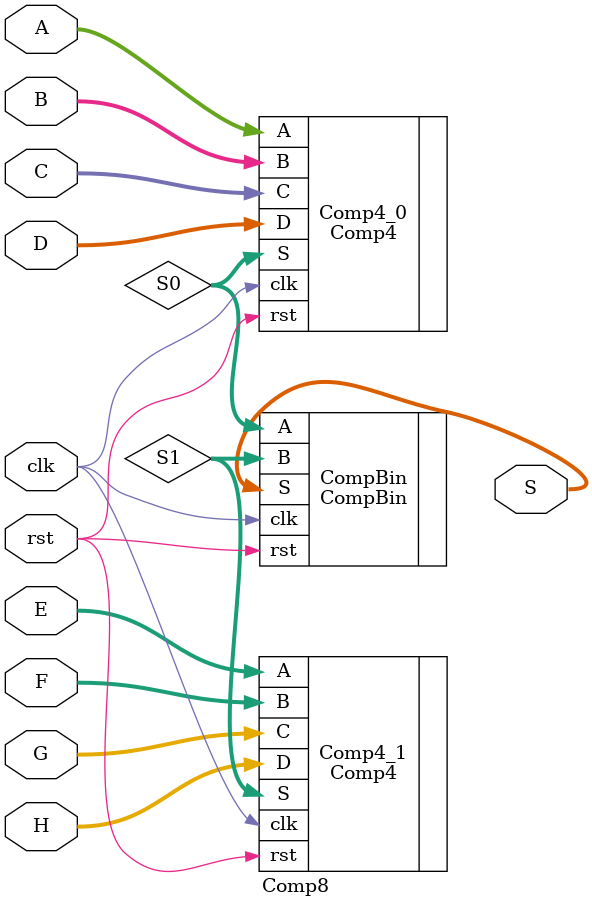
<source format=sv>
`timescale 1ns / 1ps


module Comp8(
    input clk,              /*Clock input*/
    input rst,              /*Reset input*/
    input [7:0] A,          /*A input*/
    input [7:0] B,          /*B input*/
    input [7:0] C,          /*C input*/
    input [7:0] D,          /*D input*/
    input [7:0] E,          /*E input*/
    input [7:0] F,          /*F input*/
    input [7:0] G,          /*G input*/
    input [7:0] H,          /*H input*/
    output [7:0] S          /*S output*/
    );
    
    /*Signals or wires*/
    wire [7:0] S0;          /*Result value of comapring A,B,C,D*/
    wire [7:0] S1;          /*Result value of comparing E,F,G,H*/
    
    /*4 input comparator*/
    Comp4 Comp4_0(
    .clk        (clk),        /*Clock input*/
    .rst        (rst),        /*Reset input*/
    .A          (A),          /*Input A*/
    .B          (B),          /*Input B*/
    .C          (C),          /*Input C*/
    .D          (D),          /*Input D*/
    .S          (S0)          /*Output S0*/
    );
    
    /*4 input comparator*/
    Comp4 Comp4_1(
    .clk        (clk),        /*Clock input*/
    .rst        (rst),        /*Reset input*/
    .A          (E),          /*Input E*/
    .B          (F),          /*Input F*/
    .C          (G),          /*Input G*/
    .D          (H),          /*Input H*/
    .S          (S1)          /*Output S1*/
    );
    
    /*2 input comparator*/
    CompBin CompBin(       /*Binary compartor to compare S0,S1*/
    .clk    (clk),          /*Clock signal input*/
    .rst    (rst),          /*Reset signal input*/
    .A      (S0),           /*Input S0*/
    .B      (S1),           /*Input S1*/
    .S      (S)             /*Output S*/
    );
endmodule
</source>
